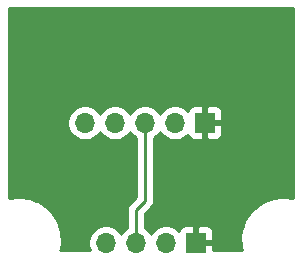
<source format=gbr>
%TF.GenerationSoftware,KiCad,Pcbnew,(5.1.6-0-10_14)*%
%TF.CreationDate,2021-05-10T19:57:21+02:00*%
%TF.ProjectId,GPS_adapter,4750535f-6164-4617-9074-65722e6b6963,rev?*%
%TF.SameCoordinates,Original*%
%TF.FileFunction,Copper,L2,Bot*%
%TF.FilePolarity,Positive*%
%FSLAX46Y46*%
G04 Gerber Fmt 4.6, Leading zero omitted, Abs format (unit mm)*
G04 Created by KiCad (PCBNEW (5.1.6-0-10_14)) date 2021-05-10 19:57:21*
%MOMM*%
%LPD*%
G01*
G04 APERTURE LIST*
%TA.AperFunction,ComponentPad*%
%ADD10O,1.700000X1.700000*%
%TD*%
%TA.AperFunction,ComponentPad*%
%ADD11R,1.700000X1.700000*%
%TD*%
%TA.AperFunction,Conductor*%
%ADD12C,0.250000*%
%TD*%
%TA.AperFunction,Conductor*%
%ADD13C,0.254000*%
%TD*%
G04 APERTURE END LIST*
D10*
%TO.P,J2,4*%
%TO.N,GND*%
X139192000Y-102108000D03*
%TO.P,J2,3*%
%TO.N,TXD*%
X141732000Y-102108000D03*
%TO.P,J2,2*%
%TO.N,RXD*%
X144272000Y-102108000D03*
D11*
%TO.P,J2,1*%
%TO.N,VCC*%
X146812000Y-102108000D03*
%TD*%
D10*
%TO.P,J1,5*%
%TO.N,N/C*%
X137414000Y-91948000D03*
%TO.P,J1,4*%
%TO.N,RXD*%
X139954000Y-91948000D03*
%TO.P,J1,3*%
%TO.N,TXD*%
X142494000Y-91948000D03*
%TO.P,J1,2*%
%TO.N,GND*%
X145034000Y-91948000D03*
D11*
%TO.P,J1,1*%
%TO.N,VCC*%
X147574000Y-91948000D03*
%TD*%
D12*
%TO.N,TXD*%
X141732000Y-102108000D02*
X141732000Y-99314000D01*
X142494000Y-98552000D02*
X142494000Y-91948000D01*
X141732000Y-99314000D02*
X142494000Y-98552000D01*
%TD*%
D13*
%TO.N,VCC*%
G36*
X155042000Y-98339597D02*
G01*
X155023362Y-98335144D01*
X154965393Y-98320436D01*
X154956273Y-98319116D01*
X154383567Y-98240296D01*
X154323788Y-98237962D01*
X154264059Y-98234793D01*
X154254856Y-98235270D01*
X154254854Y-98235270D01*
X153677747Y-98269190D01*
X153618646Y-98278512D01*
X153559445Y-98287005D01*
X153550510Y-98289260D01*
X152990981Y-98434629D01*
X152934869Y-98455234D01*
X152878393Y-98475082D01*
X152870066Y-98479030D01*
X152349428Y-98730310D01*
X152298370Y-98761432D01*
X152246841Y-98791862D01*
X152239440Y-98797352D01*
X151777525Y-99144973D01*
X151733484Y-99185420D01*
X151688849Y-99225277D01*
X151682655Y-99232100D01*
X151297056Y-99662819D01*
X151261714Y-99711044D01*
X151225665Y-99758819D01*
X151220914Y-99766715D01*
X150926320Y-100264128D01*
X150901000Y-100318339D01*
X150874935Y-100372168D01*
X150871808Y-100380837D01*
X150679440Y-100925997D01*
X150665127Y-100984111D01*
X150650020Y-101041956D01*
X150648636Y-101051067D01*
X150565819Y-101623209D01*
X150563069Y-101682949D01*
X150559482Y-101742677D01*
X150559895Y-101751883D01*
X150589786Y-102329215D01*
X150598693Y-102388361D01*
X150606774Y-102447638D01*
X150608967Y-102456588D01*
X150674939Y-102718000D01*
X148298765Y-102718000D01*
X148297000Y-102393750D01*
X148138250Y-102235000D01*
X146939000Y-102235000D01*
X146939000Y-102255000D01*
X146685000Y-102255000D01*
X146685000Y-102235000D01*
X146665000Y-102235000D01*
X146665000Y-101981000D01*
X146685000Y-101981000D01*
X146685000Y-100781750D01*
X146939000Y-100781750D01*
X146939000Y-101981000D01*
X148138250Y-101981000D01*
X148297000Y-101822250D01*
X148300072Y-101258000D01*
X148287812Y-101133518D01*
X148251502Y-101013820D01*
X148192537Y-100903506D01*
X148113185Y-100806815D01*
X148016494Y-100727463D01*
X147906180Y-100668498D01*
X147786482Y-100632188D01*
X147662000Y-100619928D01*
X147097750Y-100623000D01*
X146939000Y-100781750D01*
X146685000Y-100781750D01*
X146526250Y-100623000D01*
X145962000Y-100619928D01*
X145837518Y-100632188D01*
X145717820Y-100668498D01*
X145607506Y-100727463D01*
X145510815Y-100806815D01*
X145431463Y-100903506D01*
X145372498Y-101013820D01*
X145350487Y-101086380D01*
X145218632Y-100954525D01*
X144975411Y-100792010D01*
X144705158Y-100680068D01*
X144418260Y-100623000D01*
X144125740Y-100623000D01*
X143838842Y-100680068D01*
X143568589Y-100792010D01*
X143325368Y-100954525D01*
X143118525Y-101161368D01*
X143002000Y-101335760D01*
X142885475Y-101161368D01*
X142678632Y-100954525D01*
X142492000Y-100829822D01*
X142492000Y-99628801D01*
X143005004Y-99115798D01*
X143034001Y-99092001D01*
X143128974Y-98976276D01*
X143199546Y-98844247D01*
X143243003Y-98700986D01*
X143254000Y-98589333D01*
X143254000Y-98589325D01*
X143257676Y-98552000D01*
X143254000Y-98514675D01*
X143254000Y-93226178D01*
X143440632Y-93101475D01*
X143647475Y-92894632D01*
X143764000Y-92720240D01*
X143880525Y-92894632D01*
X144087368Y-93101475D01*
X144330589Y-93263990D01*
X144600842Y-93375932D01*
X144887740Y-93433000D01*
X145180260Y-93433000D01*
X145467158Y-93375932D01*
X145737411Y-93263990D01*
X145980632Y-93101475D01*
X146112487Y-92969620D01*
X146134498Y-93042180D01*
X146193463Y-93152494D01*
X146272815Y-93249185D01*
X146369506Y-93328537D01*
X146479820Y-93387502D01*
X146599518Y-93423812D01*
X146724000Y-93436072D01*
X147288250Y-93433000D01*
X147447000Y-93274250D01*
X147447000Y-92075000D01*
X147701000Y-92075000D01*
X147701000Y-93274250D01*
X147859750Y-93433000D01*
X148424000Y-93436072D01*
X148548482Y-93423812D01*
X148668180Y-93387502D01*
X148778494Y-93328537D01*
X148875185Y-93249185D01*
X148954537Y-93152494D01*
X149013502Y-93042180D01*
X149049812Y-92922482D01*
X149062072Y-92798000D01*
X149059000Y-92233750D01*
X148900250Y-92075000D01*
X147701000Y-92075000D01*
X147447000Y-92075000D01*
X147427000Y-92075000D01*
X147427000Y-91821000D01*
X147447000Y-91821000D01*
X147447000Y-90621750D01*
X147701000Y-90621750D01*
X147701000Y-91821000D01*
X148900250Y-91821000D01*
X149059000Y-91662250D01*
X149062072Y-91098000D01*
X149049812Y-90973518D01*
X149013502Y-90853820D01*
X148954537Y-90743506D01*
X148875185Y-90646815D01*
X148778494Y-90567463D01*
X148668180Y-90508498D01*
X148548482Y-90472188D01*
X148424000Y-90459928D01*
X147859750Y-90463000D01*
X147701000Y-90621750D01*
X147447000Y-90621750D01*
X147288250Y-90463000D01*
X146724000Y-90459928D01*
X146599518Y-90472188D01*
X146479820Y-90508498D01*
X146369506Y-90567463D01*
X146272815Y-90646815D01*
X146193463Y-90743506D01*
X146134498Y-90853820D01*
X146112487Y-90926380D01*
X145980632Y-90794525D01*
X145737411Y-90632010D01*
X145467158Y-90520068D01*
X145180260Y-90463000D01*
X144887740Y-90463000D01*
X144600842Y-90520068D01*
X144330589Y-90632010D01*
X144087368Y-90794525D01*
X143880525Y-91001368D01*
X143764000Y-91175760D01*
X143647475Y-91001368D01*
X143440632Y-90794525D01*
X143197411Y-90632010D01*
X142927158Y-90520068D01*
X142640260Y-90463000D01*
X142347740Y-90463000D01*
X142060842Y-90520068D01*
X141790589Y-90632010D01*
X141547368Y-90794525D01*
X141340525Y-91001368D01*
X141224000Y-91175760D01*
X141107475Y-91001368D01*
X140900632Y-90794525D01*
X140657411Y-90632010D01*
X140387158Y-90520068D01*
X140100260Y-90463000D01*
X139807740Y-90463000D01*
X139520842Y-90520068D01*
X139250589Y-90632010D01*
X139007368Y-90794525D01*
X138800525Y-91001368D01*
X138684000Y-91175760D01*
X138567475Y-91001368D01*
X138360632Y-90794525D01*
X138117411Y-90632010D01*
X137847158Y-90520068D01*
X137560260Y-90463000D01*
X137267740Y-90463000D01*
X136980842Y-90520068D01*
X136710589Y-90632010D01*
X136467368Y-90794525D01*
X136260525Y-91001368D01*
X136098010Y-91244589D01*
X135986068Y-91514842D01*
X135929000Y-91801740D01*
X135929000Y-92094260D01*
X135986068Y-92381158D01*
X136098010Y-92651411D01*
X136260525Y-92894632D01*
X136467368Y-93101475D01*
X136710589Y-93263990D01*
X136980842Y-93375932D01*
X137267740Y-93433000D01*
X137560260Y-93433000D01*
X137847158Y-93375932D01*
X138117411Y-93263990D01*
X138360632Y-93101475D01*
X138567475Y-92894632D01*
X138684000Y-92720240D01*
X138800525Y-92894632D01*
X139007368Y-93101475D01*
X139250589Y-93263990D01*
X139520842Y-93375932D01*
X139807740Y-93433000D01*
X140100260Y-93433000D01*
X140387158Y-93375932D01*
X140657411Y-93263990D01*
X140900632Y-93101475D01*
X141107475Y-92894632D01*
X141224000Y-92720240D01*
X141340525Y-92894632D01*
X141547368Y-93101475D01*
X141734001Y-93226179D01*
X141734000Y-98237198D01*
X141220998Y-98750201D01*
X141192000Y-98773999D01*
X141168202Y-98802997D01*
X141168201Y-98802998D01*
X141097026Y-98889724D01*
X141026454Y-99021754D01*
X141005889Y-99089551D01*
X140982998Y-99165014D01*
X140972001Y-99276667D01*
X140968324Y-99314000D01*
X140972001Y-99351332D01*
X140972000Y-100829821D01*
X140785368Y-100954525D01*
X140578525Y-101161368D01*
X140462000Y-101335760D01*
X140345475Y-101161368D01*
X140138632Y-100954525D01*
X139895411Y-100792010D01*
X139625158Y-100680068D01*
X139338260Y-100623000D01*
X139045740Y-100623000D01*
X138758842Y-100680068D01*
X138488589Y-100792010D01*
X138245368Y-100954525D01*
X138038525Y-101161368D01*
X137876010Y-101404589D01*
X137764068Y-101674842D01*
X137707000Y-101961740D01*
X137707000Y-102254260D01*
X137764068Y-102541158D01*
X137837318Y-102718000D01*
X135340403Y-102718000D01*
X135344852Y-102699379D01*
X135359564Y-102641394D01*
X135360884Y-102632274D01*
X135439704Y-102059567D01*
X135442037Y-101999821D01*
X135445207Y-101940059D01*
X135444730Y-101930856D01*
X135410810Y-101353747D01*
X135401488Y-101294646D01*
X135392995Y-101235445D01*
X135390740Y-101226510D01*
X135245371Y-100666981D01*
X135224766Y-100610869D01*
X135204918Y-100554393D01*
X135200970Y-100546066D01*
X134949690Y-100025428D01*
X134918568Y-99974370D01*
X134888138Y-99922841D01*
X134882648Y-99915440D01*
X134535027Y-99453525D01*
X134494580Y-99409484D01*
X134454723Y-99364849D01*
X134447900Y-99358655D01*
X134017181Y-98973056D01*
X133968956Y-98937714D01*
X133921181Y-98901665D01*
X133913285Y-98896914D01*
X133415872Y-98602320D01*
X133361661Y-98577000D01*
X133307832Y-98550935D01*
X133299163Y-98547808D01*
X132754003Y-98355440D01*
X132695889Y-98341127D01*
X132638044Y-98326020D01*
X132628933Y-98324636D01*
X132056791Y-98241819D01*
X131997049Y-98239069D01*
X131937322Y-98235482D01*
X131928116Y-98235895D01*
X131350785Y-98265786D01*
X131291644Y-98274692D01*
X131232362Y-98282774D01*
X131223414Y-98284967D01*
X131223411Y-98284967D01*
X131223409Y-98284968D01*
X130962000Y-98350939D01*
X130962000Y-82194000D01*
X155042001Y-82194000D01*
X155042000Y-98339597D01*
G37*
X155042000Y-98339597D02*
X155023362Y-98335144D01*
X154965393Y-98320436D01*
X154956273Y-98319116D01*
X154383567Y-98240296D01*
X154323788Y-98237962D01*
X154264059Y-98234793D01*
X154254856Y-98235270D01*
X154254854Y-98235270D01*
X153677747Y-98269190D01*
X153618646Y-98278512D01*
X153559445Y-98287005D01*
X153550510Y-98289260D01*
X152990981Y-98434629D01*
X152934869Y-98455234D01*
X152878393Y-98475082D01*
X152870066Y-98479030D01*
X152349428Y-98730310D01*
X152298370Y-98761432D01*
X152246841Y-98791862D01*
X152239440Y-98797352D01*
X151777525Y-99144973D01*
X151733484Y-99185420D01*
X151688849Y-99225277D01*
X151682655Y-99232100D01*
X151297056Y-99662819D01*
X151261714Y-99711044D01*
X151225665Y-99758819D01*
X151220914Y-99766715D01*
X150926320Y-100264128D01*
X150901000Y-100318339D01*
X150874935Y-100372168D01*
X150871808Y-100380837D01*
X150679440Y-100925997D01*
X150665127Y-100984111D01*
X150650020Y-101041956D01*
X150648636Y-101051067D01*
X150565819Y-101623209D01*
X150563069Y-101682949D01*
X150559482Y-101742677D01*
X150559895Y-101751883D01*
X150589786Y-102329215D01*
X150598693Y-102388361D01*
X150606774Y-102447638D01*
X150608967Y-102456588D01*
X150674939Y-102718000D01*
X148298765Y-102718000D01*
X148297000Y-102393750D01*
X148138250Y-102235000D01*
X146939000Y-102235000D01*
X146939000Y-102255000D01*
X146685000Y-102255000D01*
X146685000Y-102235000D01*
X146665000Y-102235000D01*
X146665000Y-101981000D01*
X146685000Y-101981000D01*
X146685000Y-100781750D01*
X146939000Y-100781750D01*
X146939000Y-101981000D01*
X148138250Y-101981000D01*
X148297000Y-101822250D01*
X148300072Y-101258000D01*
X148287812Y-101133518D01*
X148251502Y-101013820D01*
X148192537Y-100903506D01*
X148113185Y-100806815D01*
X148016494Y-100727463D01*
X147906180Y-100668498D01*
X147786482Y-100632188D01*
X147662000Y-100619928D01*
X147097750Y-100623000D01*
X146939000Y-100781750D01*
X146685000Y-100781750D01*
X146526250Y-100623000D01*
X145962000Y-100619928D01*
X145837518Y-100632188D01*
X145717820Y-100668498D01*
X145607506Y-100727463D01*
X145510815Y-100806815D01*
X145431463Y-100903506D01*
X145372498Y-101013820D01*
X145350487Y-101086380D01*
X145218632Y-100954525D01*
X144975411Y-100792010D01*
X144705158Y-100680068D01*
X144418260Y-100623000D01*
X144125740Y-100623000D01*
X143838842Y-100680068D01*
X143568589Y-100792010D01*
X143325368Y-100954525D01*
X143118525Y-101161368D01*
X143002000Y-101335760D01*
X142885475Y-101161368D01*
X142678632Y-100954525D01*
X142492000Y-100829822D01*
X142492000Y-99628801D01*
X143005004Y-99115798D01*
X143034001Y-99092001D01*
X143128974Y-98976276D01*
X143199546Y-98844247D01*
X143243003Y-98700986D01*
X143254000Y-98589333D01*
X143254000Y-98589325D01*
X143257676Y-98552000D01*
X143254000Y-98514675D01*
X143254000Y-93226178D01*
X143440632Y-93101475D01*
X143647475Y-92894632D01*
X143764000Y-92720240D01*
X143880525Y-92894632D01*
X144087368Y-93101475D01*
X144330589Y-93263990D01*
X144600842Y-93375932D01*
X144887740Y-93433000D01*
X145180260Y-93433000D01*
X145467158Y-93375932D01*
X145737411Y-93263990D01*
X145980632Y-93101475D01*
X146112487Y-92969620D01*
X146134498Y-93042180D01*
X146193463Y-93152494D01*
X146272815Y-93249185D01*
X146369506Y-93328537D01*
X146479820Y-93387502D01*
X146599518Y-93423812D01*
X146724000Y-93436072D01*
X147288250Y-93433000D01*
X147447000Y-93274250D01*
X147447000Y-92075000D01*
X147701000Y-92075000D01*
X147701000Y-93274250D01*
X147859750Y-93433000D01*
X148424000Y-93436072D01*
X148548482Y-93423812D01*
X148668180Y-93387502D01*
X148778494Y-93328537D01*
X148875185Y-93249185D01*
X148954537Y-93152494D01*
X149013502Y-93042180D01*
X149049812Y-92922482D01*
X149062072Y-92798000D01*
X149059000Y-92233750D01*
X148900250Y-92075000D01*
X147701000Y-92075000D01*
X147447000Y-92075000D01*
X147427000Y-92075000D01*
X147427000Y-91821000D01*
X147447000Y-91821000D01*
X147447000Y-90621750D01*
X147701000Y-90621750D01*
X147701000Y-91821000D01*
X148900250Y-91821000D01*
X149059000Y-91662250D01*
X149062072Y-91098000D01*
X149049812Y-90973518D01*
X149013502Y-90853820D01*
X148954537Y-90743506D01*
X148875185Y-90646815D01*
X148778494Y-90567463D01*
X148668180Y-90508498D01*
X148548482Y-90472188D01*
X148424000Y-90459928D01*
X147859750Y-90463000D01*
X147701000Y-90621750D01*
X147447000Y-90621750D01*
X147288250Y-90463000D01*
X146724000Y-90459928D01*
X146599518Y-90472188D01*
X146479820Y-90508498D01*
X146369506Y-90567463D01*
X146272815Y-90646815D01*
X146193463Y-90743506D01*
X146134498Y-90853820D01*
X146112487Y-90926380D01*
X145980632Y-90794525D01*
X145737411Y-90632010D01*
X145467158Y-90520068D01*
X145180260Y-90463000D01*
X144887740Y-90463000D01*
X144600842Y-90520068D01*
X144330589Y-90632010D01*
X144087368Y-90794525D01*
X143880525Y-91001368D01*
X143764000Y-91175760D01*
X143647475Y-91001368D01*
X143440632Y-90794525D01*
X143197411Y-90632010D01*
X142927158Y-90520068D01*
X142640260Y-90463000D01*
X142347740Y-90463000D01*
X142060842Y-90520068D01*
X141790589Y-90632010D01*
X141547368Y-90794525D01*
X141340525Y-91001368D01*
X141224000Y-91175760D01*
X141107475Y-91001368D01*
X140900632Y-90794525D01*
X140657411Y-90632010D01*
X140387158Y-90520068D01*
X140100260Y-90463000D01*
X139807740Y-90463000D01*
X139520842Y-90520068D01*
X139250589Y-90632010D01*
X139007368Y-90794525D01*
X138800525Y-91001368D01*
X138684000Y-91175760D01*
X138567475Y-91001368D01*
X138360632Y-90794525D01*
X138117411Y-90632010D01*
X137847158Y-90520068D01*
X137560260Y-90463000D01*
X137267740Y-90463000D01*
X136980842Y-90520068D01*
X136710589Y-90632010D01*
X136467368Y-90794525D01*
X136260525Y-91001368D01*
X136098010Y-91244589D01*
X135986068Y-91514842D01*
X135929000Y-91801740D01*
X135929000Y-92094260D01*
X135986068Y-92381158D01*
X136098010Y-92651411D01*
X136260525Y-92894632D01*
X136467368Y-93101475D01*
X136710589Y-93263990D01*
X136980842Y-93375932D01*
X137267740Y-93433000D01*
X137560260Y-93433000D01*
X137847158Y-93375932D01*
X138117411Y-93263990D01*
X138360632Y-93101475D01*
X138567475Y-92894632D01*
X138684000Y-92720240D01*
X138800525Y-92894632D01*
X139007368Y-93101475D01*
X139250589Y-93263990D01*
X139520842Y-93375932D01*
X139807740Y-93433000D01*
X140100260Y-93433000D01*
X140387158Y-93375932D01*
X140657411Y-93263990D01*
X140900632Y-93101475D01*
X141107475Y-92894632D01*
X141224000Y-92720240D01*
X141340525Y-92894632D01*
X141547368Y-93101475D01*
X141734001Y-93226179D01*
X141734000Y-98237198D01*
X141220998Y-98750201D01*
X141192000Y-98773999D01*
X141168202Y-98802997D01*
X141168201Y-98802998D01*
X141097026Y-98889724D01*
X141026454Y-99021754D01*
X141005889Y-99089551D01*
X140982998Y-99165014D01*
X140972001Y-99276667D01*
X140968324Y-99314000D01*
X140972001Y-99351332D01*
X140972000Y-100829821D01*
X140785368Y-100954525D01*
X140578525Y-101161368D01*
X140462000Y-101335760D01*
X140345475Y-101161368D01*
X140138632Y-100954525D01*
X139895411Y-100792010D01*
X139625158Y-100680068D01*
X139338260Y-100623000D01*
X139045740Y-100623000D01*
X138758842Y-100680068D01*
X138488589Y-100792010D01*
X138245368Y-100954525D01*
X138038525Y-101161368D01*
X137876010Y-101404589D01*
X137764068Y-101674842D01*
X137707000Y-101961740D01*
X137707000Y-102254260D01*
X137764068Y-102541158D01*
X137837318Y-102718000D01*
X135340403Y-102718000D01*
X135344852Y-102699379D01*
X135359564Y-102641394D01*
X135360884Y-102632274D01*
X135439704Y-102059567D01*
X135442037Y-101999821D01*
X135445207Y-101940059D01*
X135444730Y-101930856D01*
X135410810Y-101353747D01*
X135401488Y-101294646D01*
X135392995Y-101235445D01*
X135390740Y-101226510D01*
X135245371Y-100666981D01*
X135224766Y-100610869D01*
X135204918Y-100554393D01*
X135200970Y-100546066D01*
X134949690Y-100025428D01*
X134918568Y-99974370D01*
X134888138Y-99922841D01*
X134882648Y-99915440D01*
X134535027Y-99453525D01*
X134494580Y-99409484D01*
X134454723Y-99364849D01*
X134447900Y-99358655D01*
X134017181Y-98973056D01*
X133968956Y-98937714D01*
X133921181Y-98901665D01*
X133913285Y-98896914D01*
X133415872Y-98602320D01*
X133361661Y-98577000D01*
X133307832Y-98550935D01*
X133299163Y-98547808D01*
X132754003Y-98355440D01*
X132695889Y-98341127D01*
X132638044Y-98326020D01*
X132628933Y-98324636D01*
X132056791Y-98241819D01*
X131997049Y-98239069D01*
X131937322Y-98235482D01*
X131928116Y-98235895D01*
X131350785Y-98265786D01*
X131291644Y-98274692D01*
X131232362Y-98282774D01*
X131223414Y-98284967D01*
X131223411Y-98284967D01*
X131223409Y-98284968D01*
X130962000Y-98350939D01*
X130962000Y-82194000D01*
X155042001Y-82194000D01*
X155042000Y-98339597D01*
%TD*%
M02*

</source>
